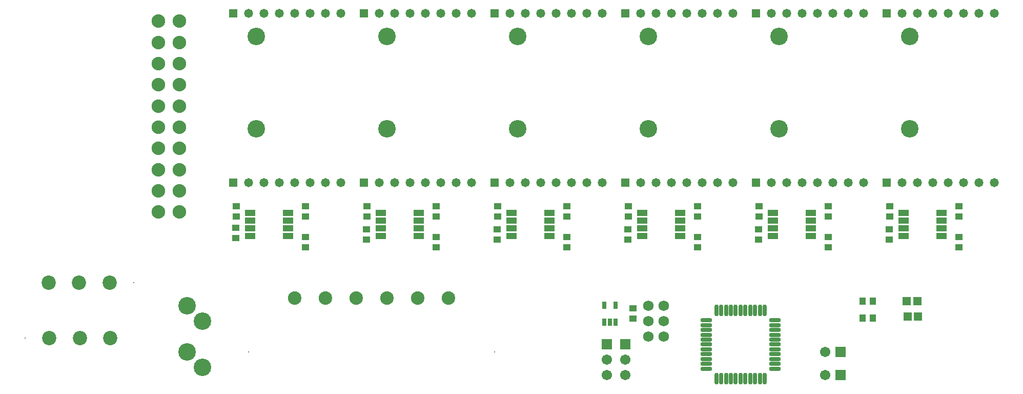
<source format=gts>
G04 Layer_Color=8388736*
%FSLAX24Y24*%
%MOIN*%
G70*
G01*
G75*
%ADD44R,0.0572X0.0552*%
%ADD45R,0.0395X0.0454*%
%ADD46R,0.0454X0.0395*%
%ADD47R,0.0316X0.0513*%
%ADD48R,0.0671X0.0395*%
%ADD49O,0.0769X0.0297*%
%ADD50O,0.0297X0.0769*%
%ADD51C,0.0580*%
%ADD52R,0.0580X0.0580*%
%ADD53C,0.1138*%
%ADD54C,0.0881*%
%ADD55C,0.0930*%
%ADD56C,0.0080*%
%ADD57R,0.0671X0.0671*%
%ADD58C,0.0671*%
%ADD59C,0.0879*%
%ADD60R,0.0671X0.0671*%
%ADD61C,0.0680*%
D44*
X59000Y5800D02*
D03*
X58311D02*
D03*
X59044Y4800D02*
D03*
X58356D02*
D03*
D45*
X56100Y4700D02*
D03*
X55431D02*
D03*
X56100Y5800D02*
D03*
X55431D02*
D03*
D46*
X61700Y9985D02*
D03*
Y9315D02*
D03*
X53200Y9985D02*
D03*
Y9315D02*
D03*
X44700Y9985D02*
D03*
Y9315D02*
D03*
X36200Y9985D02*
D03*
Y9315D02*
D03*
X27700Y9985D02*
D03*
Y9315D02*
D03*
X19200Y9985D02*
D03*
Y9315D02*
D03*
X57177Y10485D02*
D03*
Y9815D02*
D03*
X48677Y10485D02*
D03*
Y9815D02*
D03*
X40177Y10485D02*
D03*
Y9815D02*
D03*
X31677Y10485D02*
D03*
Y9815D02*
D03*
X23177Y10485D02*
D03*
Y9815D02*
D03*
X14677Y10573D02*
D03*
Y9904D02*
D03*
X61700Y11315D02*
D03*
Y11985D02*
D03*
X53200Y11315D02*
D03*
Y11985D02*
D03*
X44700Y11315D02*
D03*
Y11985D02*
D03*
X36200Y11315D02*
D03*
Y11985D02*
D03*
X27700Y11315D02*
D03*
Y11985D02*
D03*
X19200Y11315D02*
D03*
Y11985D02*
D03*
X57200Y11985D02*
D03*
Y11315D02*
D03*
X48700Y11985D02*
D03*
Y11315D02*
D03*
X40200Y11985D02*
D03*
Y11315D02*
D03*
X31700Y11985D02*
D03*
Y11315D02*
D03*
X23200Y11985D02*
D03*
Y11315D02*
D03*
X14700Y11985D02*
D03*
Y11315D02*
D03*
X40500Y5335D02*
D03*
Y4665D02*
D03*
D47*
X39374Y4449D02*
D03*
X39000D02*
D03*
X38626D02*
D03*
Y5551D02*
D03*
X39374D02*
D03*
D48*
X15600Y11550D02*
D03*
Y11050D02*
D03*
Y10550D02*
D03*
Y10050D02*
D03*
X18061Y11550D02*
D03*
Y11050D02*
D03*
Y10550D02*
D03*
Y10050D02*
D03*
X24100Y11550D02*
D03*
Y11050D02*
D03*
Y10550D02*
D03*
Y10050D02*
D03*
X26561Y11550D02*
D03*
Y11050D02*
D03*
Y10550D02*
D03*
Y10050D02*
D03*
X32600Y11550D02*
D03*
Y11050D02*
D03*
Y10550D02*
D03*
Y10050D02*
D03*
X35061Y11550D02*
D03*
Y11050D02*
D03*
Y10550D02*
D03*
Y10050D02*
D03*
X41100Y11550D02*
D03*
Y11050D02*
D03*
Y10550D02*
D03*
Y10050D02*
D03*
X43561Y11550D02*
D03*
Y11050D02*
D03*
Y10550D02*
D03*
Y10050D02*
D03*
X49600Y11550D02*
D03*
Y11050D02*
D03*
Y10550D02*
D03*
Y10050D02*
D03*
X52061Y11550D02*
D03*
Y11050D02*
D03*
Y10550D02*
D03*
Y10050D02*
D03*
X58100Y11550D02*
D03*
Y11050D02*
D03*
Y10550D02*
D03*
Y10050D02*
D03*
X60561Y11550D02*
D03*
Y11050D02*
D03*
Y10550D02*
D03*
Y10050D02*
D03*
D49*
X45276Y1425D02*
D03*
Y1740D02*
D03*
Y2055D02*
D03*
Y2370D02*
D03*
Y2685D02*
D03*
Y3000D02*
D03*
Y3315D02*
D03*
Y3630D02*
D03*
Y3945D02*
D03*
Y4260D02*
D03*
Y4575D02*
D03*
X49724D02*
D03*
Y4260D02*
D03*
Y3945D02*
D03*
Y3630D02*
D03*
Y3315D02*
D03*
Y3000D02*
D03*
Y2685D02*
D03*
Y2370D02*
D03*
Y2055D02*
D03*
Y1740D02*
D03*
Y1425D02*
D03*
D50*
X45925Y5224D02*
D03*
X46240D02*
D03*
X46555D02*
D03*
X46870D02*
D03*
X47185D02*
D03*
X47500D02*
D03*
X47815D02*
D03*
X48130D02*
D03*
X48445D02*
D03*
X48760D02*
D03*
X49075D02*
D03*
Y776D02*
D03*
X48760D02*
D03*
X48445D02*
D03*
X48130D02*
D03*
X47815D02*
D03*
X47500D02*
D03*
X47185D02*
D03*
X46870D02*
D03*
X46555D02*
D03*
X46240D02*
D03*
X45925D02*
D03*
D51*
X55500Y24500D02*
D03*
X54500D02*
D03*
X53500D02*
D03*
X52500D02*
D03*
X51500D02*
D03*
X50500D02*
D03*
X49500D02*
D03*
X55500Y13500D02*
D03*
X54500D02*
D03*
X53500D02*
D03*
X52500D02*
D03*
X51500D02*
D03*
X50500D02*
D03*
X49500D02*
D03*
X58000D02*
D03*
X59000D02*
D03*
X60000D02*
D03*
X61000D02*
D03*
X62000D02*
D03*
X63000D02*
D03*
X64000D02*
D03*
X58000Y24500D02*
D03*
X59000D02*
D03*
X60000D02*
D03*
X61000D02*
D03*
X62000D02*
D03*
X63000D02*
D03*
X64000D02*
D03*
X47000D02*
D03*
X46000D02*
D03*
X45000D02*
D03*
X44000D02*
D03*
X43000D02*
D03*
X42000D02*
D03*
X41000D02*
D03*
X47000Y13500D02*
D03*
X46000D02*
D03*
X45000D02*
D03*
X44000D02*
D03*
X43000D02*
D03*
X42000D02*
D03*
X41000D02*
D03*
X32500D02*
D03*
X33500D02*
D03*
X34500D02*
D03*
X35500D02*
D03*
X36500D02*
D03*
X37500D02*
D03*
X38500D02*
D03*
X32500Y24500D02*
D03*
X33500D02*
D03*
X34500D02*
D03*
X35500D02*
D03*
X36500D02*
D03*
X37500D02*
D03*
X38500D02*
D03*
X30000D02*
D03*
X29000D02*
D03*
X28000D02*
D03*
X27000D02*
D03*
X26000D02*
D03*
X25000D02*
D03*
X24000D02*
D03*
X30000Y13500D02*
D03*
X29000D02*
D03*
X28000D02*
D03*
X27000D02*
D03*
X26000D02*
D03*
X25000D02*
D03*
X24000D02*
D03*
X15500D02*
D03*
X16500D02*
D03*
X17500D02*
D03*
X18500D02*
D03*
X19500D02*
D03*
X20500D02*
D03*
X21500D02*
D03*
X15500Y24500D02*
D03*
X16500D02*
D03*
X17500D02*
D03*
X18500D02*
D03*
X19500D02*
D03*
X20500D02*
D03*
X21500D02*
D03*
D52*
X48500D02*
D03*
Y13500D02*
D03*
X57000D02*
D03*
Y24500D02*
D03*
X40000D02*
D03*
Y13500D02*
D03*
X31500D02*
D03*
Y24500D02*
D03*
X23000D02*
D03*
Y13500D02*
D03*
X14500D02*
D03*
Y24500D02*
D03*
D53*
X58500Y17000D02*
D03*
Y23000D02*
D03*
X50000Y17000D02*
D03*
Y23000D02*
D03*
X41500Y17000D02*
D03*
Y23000D02*
D03*
X33000Y17000D02*
D03*
Y23000D02*
D03*
X24500Y17000D02*
D03*
Y23000D02*
D03*
X16000Y17000D02*
D03*
Y23000D02*
D03*
X11500Y5500D02*
D03*
X12500Y4500D02*
D03*
X11500Y2500D02*
D03*
X12500Y1500D02*
D03*
D54*
X9622Y12976D02*
D03*
X11000D02*
D03*
X9622Y14354D02*
D03*
X11000D02*
D03*
X9622Y15732D02*
D03*
X11000D02*
D03*
X9622Y17110D02*
D03*
X11000D02*
D03*
X9622Y18488D02*
D03*
X11000D02*
D03*
X9622Y19866D02*
D03*
X11000D02*
D03*
X9622Y21244D02*
D03*
X11000D02*
D03*
X9622Y22622D02*
D03*
X11000D02*
D03*
X9622Y24000D02*
D03*
X11000D02*
D03*
Y11598D02*
D03*
X9622D02*
D03*
D55*
X6500Y3400D02*
D03*
X4520D02*
D03*
X2540D02*
D03*
X2500Y7000D02*
D03*
X4480D02*
D03*
X6460D02*
D03*
D56*
X960Y3400D02*
D03*
X8040Y7000D02*
D03*
X15500Y2500D02*
D03*
X31500D02*
D03*
D57*
X54000Y1000D02*
D03*
Y2500D02*
D03*
D58*
X53000Y1000D02*
D03*
Y2500D02*
D03*
X38800Y2000D02*
D03*
Y1000D02*
D03*
X40000Y2000D02*
D03*
Y1000D02*
D03*
D59*
X26500Y6000D02*
D03*
X24500D02*
D03*
X22500D02*
D03*
X20500D02*
D03*
X18500D02*
D03*
X28500D02*
D03*
D60*
X38800Y3000D02*
D03*
X40000D02*
D03*
D61*
X42500Y5500D02*
D03*
Y4500D02*
D03*
Y3500D02*
D03*
X41500Y5500D02*
D03*
Y4500D02*
D03*
Y3500D02*
D03*
M02*

</source>
